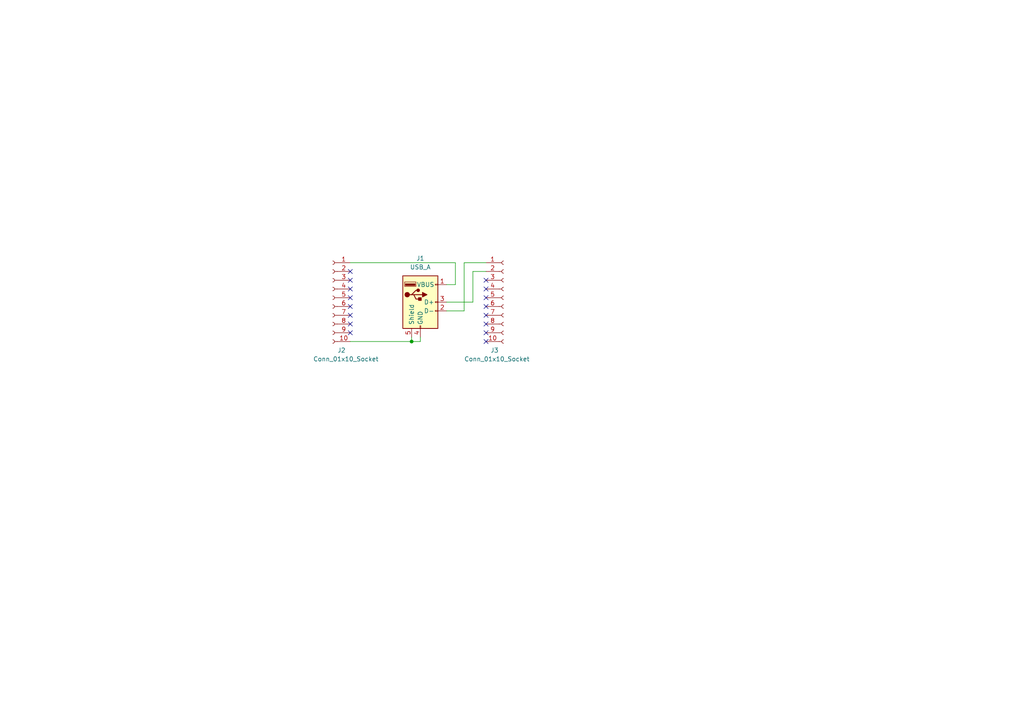
<source format=kicad_sch>
(kicad_sch (version 20230121) (generator eeschema)
  (paper "A4")
  (lib_symbols
    (symbol "Connector:Conn_01x10_Socket" (pin_names (offset 1.016) hide)
      (property "Reference" "J" (at 0 12.7 0))
      (property "Value" "Conn_01x10_Socket" (at 0 -15.24 0))
      (symbol "Conn_01x10_Socket_1_1"
        (arc (start 0 -12.192) (mid -0.5058 -12.7) (end 0 -13.208) (stroke (width 0.1524)))
        (arc (start 0 -9.652) (mid -0.5058 -10.16) (end 0 -10.668) (stroke (width 0.1524)))
        (arc (start 0 -7.112) (mid -0.5058 -7.62) (end 0 -8.128) (stroke (width 0.1524)))
        (arc (start 0 -4.572) (mid -0.5058 -5.08) (end 0 -5.588) (stroke (width 0.1524)))
        (arc (start 0 -2.032) (mid -0.5058 -2.54) (end 0 -3.048) (stroke (width 0.1524)))
        (polyline (pts (xy -1.27 -12.7) (xy -0.508 -12.7)) (stroke (width 0.1524)))
        (polyline (pts (xy -1.27 -10.16) (xy -0.508 -10.16)) (stroke (width 0.1524)))
        (polyline (pts (xy -1.27 -7.62) (xy -0.508 -7.62)) (stroke (width 0.1524)))
        (polyline (pts (xy -1.27 -5.08) (xy -0.508 -5.08)) (stroke (width 0.1524)))
        (polyline (pts (xy -1.27 -2.54) (xy -0.508 -2.54)) (stroke (width 0.1524)))
        (polyline (pts (xy -1.27 0) (xy -0.508 0)) (stroke (width 0.1524)))
        (polyline (pts (xy -1.27 2.54) (xy -0.508 2.54)) (stroke (width 0.1524)))
        (polyline (pts (xy -1.27 5.08) (xy -0.508 5.08)) (stroke (width 0.1524)))
        (polyline (pts (xy -1.27 7.62) (xy -0.508 7.62)) (stroke (width 0.1524)))
        (polyline (pts (xy -1.27 10.16) (xy -0.508 10.16)) (stroke (width 0.1524)))
        (arc (start 0 0.508) (mid -0.5058 0) (end 0 -0.508) (stroke (width 0.1524)))
        (arc (start 0 3.048) (mid -0.5058 2.54) (end 0 2.032) (stroke (width 0.1524)))
        (arc (start 0 5.588) (mid -0.5058 5.08) (end 0 4.572) (stroke (width 0.1524)))
        (arc (start 0 8.128) (mid -0.5058 7.62) (end 0 7.112) (stroke (width 0.1524)))
        (arc (start 0 10.668) (mid -0.5058 10.16) (end 0 9.652) (stroke (width 0.1524)))
        (pin passive line (at -5.08 10.16 0) (length 3.81) (name "Pin_1") (number "1"))
        (pin passive line (at -5.08 -12.7 0) (length 3.81) (name "Pin_10") (number "10"))
        (pin passive line (at -5.08 7.62 0) (length 3.81) (name "Pin_2") (number "2"))
        (pin passive line (at -5.08 5.08 0) (length 3.81) (name "Pin_3") (number "3"))
        (pin passive line (at -5.08 2.54 0) (length 3.81) (name "Pin_4") (number "4"))
        (pin passive line (at -5.08 0 0) (length 3.81) (name "Pin_5") (number "5"))
        (pin passive line (at -5.08 -2.54 0) (length 3.81) (name "Pin_6") (number "6"))
        (pin passive line (at -5.08 -5.08 0) (length 3.81) (name "Pin_7") (number "7"))
        (pin passive line (at -5.08 -7.62 0) (length 3.81) (name "Pin_8") (number "8"))
        (pin passive line (at -5.08 -10.16 0) (length 3.81) (name "Pin_9") (number "9"))
      )
    )
    (symbol "Connector:USB_A" (pin_names (offset 1.016))
      (property "Reference" "J" (at -5.08 11.43 0))
      (property "Value" "USB_A" (at -5.08 8.89 0))
      (symbol "USB_A_0_1"
        (rectangle (start -5.08 -7.62) (end 5.08 7.62) (stroke (width 0.254)) (fill (type background)))
        (circle (center -3.81 2.159) (radius 0.635) (stroke (width 0.254)) (fill (type outline)))
        (rectangle (start -1.524 4.826) (end -4.318 5.334) (fill (type outline)))
        (rectangle (start -1.27 4.572) (end -4.572 5.842))
        (circle (center -0.635 3.429) (radius 0.381) (stroke (width 0.254)) (fill (type outline)))
        (rectangle (start -0.127 -7.62) (end 0.127 -6.858))
        (polyline (pts (xy -3.175 2.159) (xy -2.54 2.159) (xy -1.27 3.429) (xy -0.635 3.429)) (stroke (width 0.254)))
        (polyline (pts (xy -2.54 2.159) (xy -1.905 2.159) (xy -1.27 0.889) (xy 0 0.889)) (stroke (width 0.254)))
        (polyline (pts (xy 0.635 2.794) (xy 0.635 1.524) (xy 1.905 2.159) (xy 0.635 2.794)) (stroke (width 0.254)) (fill (type outline)))
        (rectangle (start 0.254 1.27) (end -0.508 0.508) (stroke (width 0.254)) (fill (type outline)))
        (rectangle (start 5.08 -2.667) (end 4.318 -2.413))
        (rectangle (start 5.08 -0.127) (end 4.318 0.127))
        (rectangle (start 5.08 4.953) (end 4.318 5.207))
      )
      (symbol "USB_A_1_1"
        (polyline (pts (xy -1.905 2.159) (xy 0.635 2.159)) (stroke (width 0.254)))
        (pin power_in line (at 7.62 5.08 180) (length 2.54) (name "VBUS") (number "1"))
        (pin bidirectional line (at 7.62 -2.54 180) (length 2.54) (name "D-") (number "2"))
        (pin bidirectional line (at 7.62 0 180) (length 2.54) (name "D+") (number "3"))
        (pin power_in line (at 0 -10.16 90) (length 2.54) (name "GND") (number "4"))
        (pin passive line (at -2.54 -10.16 90) (length 2.54) (name "Shield") (number "5"))
      )
    )
  )
  (junction (at 119.38 99.06))
  (no_connect (at 140.97 86.36))
  (no_connect (at 101.6 86.36))
  (no_connect (at 101.6 91.44))
  (no_connect (at 140.97 88.9))
  (no_connect (at 101.6 81.28))
  (no_connect (at 101.6 88.9))
  (no_connect (at 101.6 93.98))
  (no_connect (at 101.6 83.82))
  (no_connect (at 101.6 96.52))
  (no_connect (at 140.97 93.98))
  (no_connect (at 140.97 81.28))
  (no_connect (at 140.97 83.82))
  (no_connect (at 101.6 78.74))
  (no_connect (at 140.97 96.52))
  (no_connect (at 140.97 91.44))
  (no_connect (at 140.97 99.06))
  (wire (pts (xy 129.54 87.63) (xy 137.16 87.63)))
  (wire (pts (xy 137.16 87.63) (xy 137.16 78.74)))
  (wire (pts (xy 119.38 97.79) (xy 119.38 99.06)))
  (wire (pts (xy 121.92 97.79) (xy 121.92 99.06)))
  (wire (pts (xy 119.38 99.06) (xy 101.6 99.06)))
  (wire (pts (xy 137.16 78.74) (xy 140.97 78.74)))
  (wire (pts (xy 134.62 76.2) (xy 140.97 76.2)))
  (wire (pts (xy 121.92 99.06) (xy 119.38 99.06)))
  (wire (pts (xy 132.08 82.55) (xy 129.54 82.55)))
  (wire (pts (xy 132.08 82.55) (xy 132.08 76.2)))
  (wire (pts (xy 132.08 76.2) (xy 101.6 76.2)))
  (wire (pts (xy 134.62 90.17) (xy 134.62 76.2)))
  (wire (pts (xy 129.54 90.17) (xy 134.62 90.17)))
  (symbol (lib_id "Connector:USB_A") (at 121.92 87.63 0) (unit 1)
    (property "Reference" "J1" (at 121.92 74.93 0))
    (property "Value" "USB_A" (at 121.92 77.47 0))
    (property "Footprint" "Connector_USB:USB_A_TE_292303-7_Horizontal" (effects hide))
    (property "Datasheet" " ~" (effects hide))
  )
  (symbol (lib_id "Connector:Conn_01x10_Socket") (at 146.05 86.36 0) (unit 1)
    (property "Reference" "J3" (at 142.24 101.6 0) (effects (justify left)))
    (property "Value" "Conn_01x10_Socket" (at 134.62 104.14 0) (effects (justify left)))
    (property "Footprint" "Connector_PinSocket_2.00mm:PinSocket_1x10_P2.00mm_Vertical" (effects hide))
  )
  (symbol (lib_id "Connector:Conn_01x10_Socket") (at 96.52 86.36 0) (mirror y) (unit 1)
    (property "Reference" "J2" (at 99.06 101.6 0))
    (property "Value" "Conn_01x10_Socket" (at 100.33 104.14 0))
    (property "Footprint" "Connector_PinSocket_2.00mm:PinSocket_1x10_P2.00mm_Vertical" (effects hide))
  )
)
</source>
